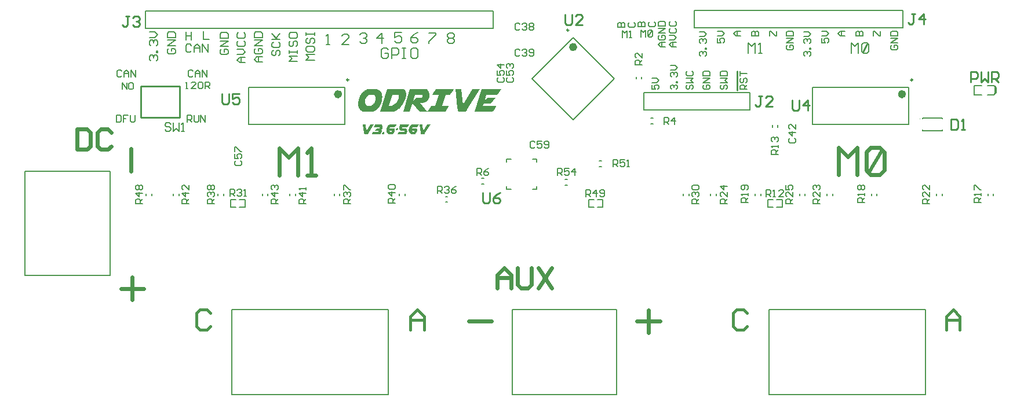
<source format=gto>
G04*
G04 #@! TF.GenerationSoftware,Altium Limited,Altium Designer,22.0.2 (36)*
G04*
G04 Layer_Color=65535*
%FSLAX25Y25*%
%MOIN*%
G70*
G04*
G04 #@! TF.SameCoordinates,06085A55-5152-446A-B416-8F2777D31781*
G04*
G04*
G04 #@! TF.FilePolarity,Positive*
G04*
G01*
G75*
%ADD10C,0.00394*%
%ADD11C,0.02362*%
%ADD12C,0.00984*%
%ADD13C,0.01000*%
%ADD14C,0.00787*%
%ADD15C,0.00600*%
%ADD16C,0.00500*%
%ADD17C,0.01968*%
%ADD18C,0.00800*%
%ADD19C,0.01575*%
%ADD20C,0.00598*%
G36*
X190277Y128903D02*
X190323Y128894D01*
X190415Y128857D01*
X190461Y128830D01*
X190507Y128783D01*
X190517Y128774D01*
X190526Y128765D01*
X190544Y128737D01*
X190572Y128700D01*
X190609Y128608D01*
X190618Y128544D01*
X190627Y128479D01*
Y128470D01*
Y128461D01*
X190618Y128405D01*
X190609Y128341D01*
X190581Y128267D01*
Y128258D01*
X190563Y128221D01*
X190544Y128175D01*
X190517Y128110D01*
X190480Y128037D01*
X190425Y127963D01*
X190360Y127889D01*
X190286Y127815D01*
X190277Y127806D01*
X190249Y127788D01*
X190203Y127760D01*
X190148Y127723D01*
X190083Y127686D01*
X190010Y127659D01*
X189927Y127640D01*
X189844Y127631D01*
X189816D01*
X189779Y127640D01*
X189742Y127649D01*
X189641Y127686D01*
X189595Y127714D01*
X189549Y127751D01*
Y127760D01*
X189530Y127769D01*
X189521Y127797D01*
X189503Y127834D01*
X189466Y127926D01*
X189456Y127990D01*
X189447Y128055D01*
Y128064D01*
Y128092D01*
Y128129D01*
Y128175D01*
Y128184D01*
X189456Y128212D01*
X189484Y128267D01*
Y128276D01*
X189503Y128313D01*
X189521Y128368D01*
X189549Y128433D01*
X189585Y128498D01*
X189632Y128581D01*
X189687Y128654D01*
X189761Y128728D01*
X189770Y128737D01*
X189798Y128756D01*
X189844Y128783D01*
X189899Y128820D01*
X189963Y128857D01*
X190037Y128885D01*
X190120Y128903D01*
X190213Y128912D01*
X190240D01*
X190277Y128903D01*
D02*
G37*
G36*
X206099Y125870D02*
X206062Y125815D01*
X206015Y125759D01*
X205988Y125713D01*
X205969Y125704D01*
Y125695D01*
X205914Y125612D01*
X205859Y125538D01*
X205813Y125483D01*
X205803Y125473D01*
X205794Y125464D01*
X205730Y125391D01*
X205665Y125326D01*
X205628Y125289D01*
X205610Y125271D01*
X205545Y125224D01*
X205499Y125206D01*
X205462Y125197D01*
X204015D01*
X203978Y125206D01*
X203950Y125215D01*
X203895Y125261D01*
X203858Y125298D01*
X203849Y125308D01*
Y125317D01*
X203803Y125409D01*
X203766Y125501D01*
X203747Y125547D01*
X203738Y125575D01*
X203729Y125593D01*
Y125602D01*
X203692Y125732D01*
X203664Y125852D01*
X203655Y125898D01*
X203646Y125935D01*
X203637Y125962D01*
Y125971D01*
X203618Y126100D01*
X203600Y126202D01*
X203591Y126239D01*
Y126276D01*
X203582Y126285D01*
Y126294D01*
X203047Y130978D01*
X204559D01*
X204974Y127078D01*
X207399Y130978D01*
X209196D01*
X206099Y125870D01*
D02*
G37*
G36*
X173524Y125870D02*
X173487Y125815D01*
X173441Y125759D01*
X173414Y125713D01*
X173395Y125704D01*
Y125695D01*
X173340Y125612D01*
X173284Y125538D01*
X173238Y125483D01*
X173229Y125473D01*
X173220Y125464D01*
X173155Y125391D01*
X173091Y125326D01*
X173054Y125289D01*
X173036Y125271D01*
X172971Y125224D01*
X172925Y125206D01*
X172888Y125197D01*
X171440D01*
X171404Y125206D01*
X171376Y125215D01*
X171321Y125261D01*
X171284Y125298D01*
X171275Y125308D01*
Y125317D01*
X171229Y125409D01*
X171192Y125501D01*
X171173Y125547D01*
X171164Y125575D01*
X171155Y125593D01*
Y125602D01*
X171118Y125732D01*
X171090Y125852D01*
X171081Y125898D01*
X171072Y125934D01*
X171063Y125962D01*
Y125971D01*
X171044Y126100D01*
X171026Y126202D01*
X171016Y126239D01*
Y126276D01*
X171007Y126285D01*
Y126294D01*
X170472Y130978D01*
X171985D01*
X172399Y127078D01*
X174824Y130978D01*
X176622D01*
X173524Y125870D01*
D02*
G37*
G36*
X202540Y130821D02*
X202447Y130683D01*
X202364Y130544D01*
X202281Y130434D01*
X202217Y130332D01*
X202171Y130259D01*
X202134Y130212D01*
X202125Y130194D01*
X202032Y130065D01*
X201931Y129936D01*
X201839Y129816D01*
X201747Y129715D01*
X201673Y129622D01*
X201608Y129558D01*
X201571Y129521D01*
X201553Y129503D01*
X199285D01*
X199202Y129493D01*
X199128Y129466D01*
X199064Y129438D01*
X198999Y129401D01*
X198953Y129355D01*
X198916Y129327D01*
X198889Y129300D01*
X198879Y129290D01*
X198759Y129125D01*
X198704Y129042D01*
X198658Y128959D01*
X198621Y128894D01*
X198603Y128839D01*
X198584Y128802D01*
X198575Y128793D01*
X200944Y128793D01*
X201083Y128756D01*
X201203Y128700D01*
X201295Y128645D01*
X201369Y128590D01*
X201424Y128534D01*
X201470Y128488D01*
X201488Y128461D01*
X201498Y128452D01*
X201553Y128350D01*
X201590Y128249D01*
X201627Y128147D01*
X201645Y128046D01*
X201655Y127954D01*
X201664Y127889D01*
Y127843D01*
Y127825D01*
Y127732D01*
X201655Y127659D01*
X201645Y127603D01*
Y127594D01*
Y127585D01*
X201636Y127493D01*
X201627Y127410D01*
X201618Y127373D01*
Y127345D01*
X201608Y127327D01*
Y127318D01*
X201507Y127041D01*
X201461Y126912D01*
X201406Y126792D01*
X201359Y126690D01*
X201332Y126617D01*
X201304Y126571D01*
X201295Y126552D01*
X201221Y126414D01*
X201138Y126285D01*
X201064Y126174D01*
X200991Y126073D01*
X200926Y125990D01*
X200880Y125925D01*
X200843Y125888D01*
X200834Y125870D01*
X200732Y125759D01*
X200640Y125667D01*
X200539Y125584D01*
X200456Y125510D01*
X200373Y125455D01*
X200318Y125418D01*
X200281Y125391D01*
X200262Y125381D01*
X200152Y125317D01*
X200032Y125271D01*
X199930Y125243D01*
X199838Y125224D01*
X199755Y125206D01*
X199691Y125197D01*
X199635D01*
X199433Y125206D01*
X199248Y125215D01*
X199064Y125234D01*
X198907Y125261D01*
X198769Y125280D01*
X198713Y125289D01*
X198667Y125298D01*
X198630Y125308D01*
X198603D01*
X198584Y125317D01*
X198575D01*
X198391Y125372D01*
X198215Y125437D01*
X198059Y125501D01*
X197920Y125566D01*
X197810Y125630D01*
X197727Y125686D01*
X197671Y125722D01*
X197662Y125732D01*
X197653D01*
X197515Y125852D01*
X197386Y125990D01*
X197275Y126119D01*
X197174Y126248D01*
X197100Y126368D01*
X197045Y126460D01*
X197026Y126497D01*
X197008Y126524D01*
X196998Y126534D01*
Y126543D01*
X196915Y126746D01*
X196851Y126967D01*
X196814Y127179D01*
X196777Y127391D01*
X196759Y127566D01*
Y127649D01*
X196749Y127714D01*
Y127769D01*
Y127806D01*
Y127834D01*
Y127843D01*
Y127871D01*
X196759Y128064D01*
X196777Y128258D01*
X196805Y128433D01*
X196842Y128599D01*
X196869Y128737D01*
X196888Y128793D01*
X196897Y128848D01*
X196906Y128885D01*
X196915Y128912D01*
X196925Y128931D01*
Y128940D01*
X196998Y129143D01*
X197081Y129337D01*
X197164Y129503D01*
X197247Y129650D01*
X197312Y129779D01*
X197367Y129871D01*
X197395Y129899D01*
X197413Y129927D01*
X197423Y129936D01*
Y129945D01*
X197542Y130111D01*
X197671Y130249D01*
X197791Y130378D01*
X197902Y130480D01*
X198003Y130572D01*
X198077Y130627D01*
X198132Y130674D01*
X198151Y130683D01*
X198308Y130784D01*
X198464Y130858D01*
X198612Y130904D01*
X198741Y130941D01*
X198861Y130959D01*
X198953Y130978D01*
X202632Y130978D01*
X202540Y130821D01*
D02*
G37*
G36*
X196906Y130710D02*
X196832Y130581D01*
X196759Y130471D01*
X196694Y130369D01*
X196648Y130296D01*
X196611Y130249D01*
X196602Y130231D01*
X196408Y129964D01*
X196316Y129834D01*
X196224Y129724D01*
X196150Y129632D01*
X196086Y129558D01*
X196049Y129512D01*
X196030Y129493D01*
X193043D01*
X192923Y129069D01*
Y129014D01*
X192932Y129005D01*
X192942Y128986D01*
X192951Y128968D01*
Y128959D01*
X192997Y128922D01*
X193006Y128903D01*
X193034Y128866D01*
X193071Y128830D01*
X193098Y128802D01*
X193107Y128793D01*
X193144Y128765D01*
X193172Y128747D01*
X193181Y128737D01*
X194841D01*
X194924Y128728D01*
X195007Y128710D01*
X195081Y128682D01*
X195136Y128654D01*
X195191Y128627D01*
X195228Y128599D01*
X195256Y128581D01*
X195265Y128571D01*
X195394Y128433D01*
X195495Y128295D01*
X195532Y128240D01*
X195569Y128193D01*
X195579Y128156D01*
X195588Y128147D01*
X195680Y127954D01*
X195717Y127861D01*
X195754Y127778D01*
X195772Y127714D01*
X195791Y127649D01*
X195809Y127612D01*
Y127603D01*
X195837Y127493D01*
X195855Y127391D01*
X195873Y127308D01*
X195883Y127225D01*
X195892Y127161D01*
Y127115D01*
Y127078D01*
Y127068D01*
Y127022D01*
Y126921D01*
X195873Y126810D01*
X195855Y126709D01*
X195837Y126617D01*
X195818Y126543D01*
X195800Y126478D01*
X195791Y126442D01*
X195781Y126423D01*
X195745Y126303D01*
X195698Y126193D01*
X195652Y126091D01*
X195606Y125999D01*
X195569Y125925D01*
X195542Y125870D01*
X195523Y125833D01*
X195514Y125824D01*
X195449Y125732D01*
X195385Y125639D01*
X195320Y125566D01*
X195256Y125501D01*
X195201Y125446D01*
X195154Y125409D01*
X195127Y125381D01*
X195117Y125372D01*
X195035Y125317D01*
X194951Y125271D01*
X194878Y125243D01*
X194813Y125215D01*
X194749Y125206D01*
X194703Y125197D01*
X190213D01*
X190231Y125243D01*
X190259Y125289D01*
X190323Y125409D01*
X190351Y125455D01*
X190378Y125501D01*
X190388Y125529D01*
X190397Y125538D01*
X190498Y125713D01*
X190544Y125796D01*
X190591Y125870D01*
X190627Y125934D01*
X190655Y125980D01*
X190673Y126017D01*
X190683Y126027D01*
X190793Y126202D01*
X190839Y126276D01*
X190876Y126340D01*
X190913Y126386D01*
X190941Y126423D01*
X190950Y126451D01*
X190959Y126460D01*
X191005Y126524D01*
X191042Y126571D01*
X191070Y126608D01*
X191088Y126626D01*
X191116Y126654D01*
X194094D01*
X194149Y126737D01*
X194195Y126820D01*
X194223Y126893D01*
X194251Y126958D01*
X194260Y127013D01*
X194269Y127059D01*
Y127087D01*
Y127096D01*
Y127152D01*
X194260Y127198D01*
X194251Y127234D01*
X194242Y127244D01*
X194214Y127290D01*
X194186Y127308D01*
X194159Y127318D01*
X192398D01*
X192324Y127327D01*
X192259Y127336D01*
X192130Y127391D01*
X192075Y127410D01*
X192038Y127437D01*
X192010Y127446D01*
X192001Y127456D01*
X191854Y127566D01*
X191789Y127631D01*
X191734Y127686D01*
X191688Y127732D01*
X191651Y127769D01*
X191632Y127797D01*
X191623Y127806D01*
X191513Y127981D01*
X191457Y128064D01*
X191420Y128138D01*
X191383Y128203D01*
X191356Y128258D01*
X191347Y128295D01*
X191337Y128304D01*
X191300Y128405D01*
X191273Y128507D01*
X191254Y128599D01*
X191245Y128673D01*
X191236Y128747D01*
X191227Y128793D01*
Y128830D01*
Y128839D01*
Y128876D01*
X191236Y128912D01*
Y128931D01*
Y128940D01*
X191245Y128977D01*
Y129014D01*
X191254Y129032D01*
Y129042D01*
X191817Y130978D01*
X197072D01*
X196906Y130710D01*
D02*
G37*
G36*
X189678Y130821D02*
X189585Y130683D01*
X189503Y130544D01*
X189419Y130434D01*
X189355Y130332D01*
X189309Y130259D01*
X189272Y130212D01*
X189263Y130194D01*
X189171Y130065D01*
X189069Y129936D01*
X188977Y129816D01*
X188885Y129715D01*
X188811Y129622D01*
X188747Y129558D01*
X188710Y129521D01*
X188691Y129503D01*
X186423D01*
X186340Y129493D01*
X186266Y129466D01*
X186202Y129438D01*
X186137Y129401D01*
X186091Y129355D01*
X186054Y129327D01*
X186027Y129300D01*
X186017Y129290D01*
X185898Y129125D01*
X185842Y129042D01*
X185796Y128959D01*
X185759Y128894D01*
X185741Y128839D01*
X185722Y128802D01*
X185713Y128793D01*
X188083D01*
X188221Y128756D01*
X188341Y128700D01*
X188433Y128645D01*
X188507Y128590D01*
X188562Y128534D01*
X188608Y128488D01*
X188627Y128461D01*
X188636Y128452D01*
X188691Y128350D01*
X188728Y128249D01*
X188765Y128147D01*
X188783Y128046D01*
X188793Y127954D01*
X188802Y127889D01*
Y127843D01*
Y127824D01*
Y127732D01*
X188793Y127659D01*
X188783Y127603D01*
Y127594D01*
Y127585D01*
X188774Y127493D01*
X188765Y127410D01*
X188756Y127373D01*
Y127345D01*
X188747Y127327D01*
Y127318D01*
X188645Y127041D01*
X188599Y126912D01*
X188544Y126792D01*
X188497Y126690D01*
X188470Y126617D01*
X188442Y126571D01*
X188433Y126552D01*
X188359Y126414D01*
X188276Y126285D01*
X188203Y126174D01*
X188129Y126073D01*
X188064Y125990D01*
X188018Y125925D01*
X187981Y125888D01*
X187972Y125870D01*
X187871Y125759D01*
X187778Y125667D01*
X187677Y125584D01*
X187594Y125510D01*
X187511Y125455D01*
X187456Y125418D01*
X187419Y125391D01*
X187400Y125381D01*
X187290Y125317D01*
X187170Y125271D01*
X187068Y125243D01*
X186976Y125224D01*
X186893Y125206D01*
X186829Y125197D01*
X186773D01*
X186571Y125206D01*
X186386Y125215D01*
X186202Y125234D01*
X186045Y125261D01*
X185907Y125280D01*
X185851Y125289D01*
X185805Y125298D01*
X185768Y125308D01*
X185741D01*
X185722Y125317D01*
X185713D01*
X185529Y125372D01*
X185354Y125437D01*
X185197Y125501D01*
X185058Y125566D01*
X184948Y125630D01*
X184865Y125686D01*
X184810Y125722D01*
X184800Y125732D01*
X184791D01*
X184653Y125852D01*
X184524Y125990D01*
X184413Y126119D01*
X184312Y126248D01*
X184238Y126368D01*
X184183Y126460D01*
X184164Y126497D01*
X184146Y126524D01*
X184136Y126534D01*
Y126543D01*
X184054Y126746D01*
X183989Y126967D01*
X183952Y127179D01*
X183915Y127391D01*
X183897Y127566D01*
Y127649D01*
X183888Y127714D01*
Y127769D01*
Y127806D01*
Y127834D01*
Y127843D01*
Y127871D01*
X183897Y128064D01*
X183915Y128258D01*
X183943Y128433D01*
X183980Y128599D01*
X184007Y128737D01*
X184026Y128793D01*
X184035Y128848D01*
X184044Y128885D01*
X184054Y128912D01*
X184063Y128931D01*
Y128940D01*
X184136Y129143D01*
X184220Y129337D01*
X184302Y129503D01*
X184385Y129650D01*
X184450Y129779D01*
X184505Y129871D01*
X184533Y129899D01*
X184551Y129927D01*
X184561Y129936D01*
Y129945D01*
X184680Y130111D01*
X184810Y130249D01*
X184929Y130378D01*
X185040Y130480D01*
X185142Y130572D01*
X185215Y130627D01*
X185271Y130674D01*
X185289Y130683D01*
X185446Y130784D01*
X185602Y130858D01*
X185750Y130904D01*
X185879Y130941D01*
X185999Y130959D01*
X186091Y130978D01*
X189770D01*
X189678Y130821D01*
D02*
G37*
G36*
X182394Y126718D02*
X182468Y126709D01*
X182523Y126681D01*
X182569Y126654D01*
X182615Y126626D01*
X182643Y126608D01*
X182652Y126589D01*
X182661Y126580D01*
X182707Y126524D01*
X182735Y126460D01*
X182772Y126349D01*
X182781Y126294D01*
X182790Y126257D01*
Y126230D01*
Y126220D01*
Y126146D01*
X182772Y126082D01*
X182744Y125944D01*
X182726Y125888D01*
X182707Y125842D01*
X182698Y125815D01*
X182689Y125805D01*
X182606Y125649D01*
X182551Y125575D01*
X182504Y125520D01*
X182468Y125473D01*
X182431Y125437D01*
X182412Y125418D01*
X182403Y125409D01*
X182311Y125344D01*
X182228Y125298D01*
X182191Y125280D01*
X182173Y125261D01*
X182154Y125252D01*
X182145D01*
X182044Y125224D01*
X181951Y125206D01*
X181924Y125197D01*
X181868D01*
X181785Y125206D01*
X181712Y125215D01*
X181656Y125243D01*
X181601Y125271D01*
X181564Y125289D01*
X181536Y125317D01*
X181518Y125326D01*
X181509Y125335D01*
X181472Y125391D01*
X181444Y125455D01*
X181407Y125575D01*
X181398Y125621D01*
X181389Y125667D01*
Y125695D01*
Y125704D01*
X181398Y125805D01*
X181407Y125888D01*
X181417Y125934D01*
Y125953D01*
X181463Y126073D01*
X181518Y126174D01*
X181582Y126266D01*
X181638Y126349D01*
X181693Y126414D01*
X181739Y126460D01*
X181767Y126488D01*
X181776Y126497D01*
X181878Y126571D01*
X181970Y126626D01*
X182062Y126672D01*
X182145Y126700D01*
X182210Y126718D01*
X182265Y126727D01*
X182311D01*
X182394Y126718D01*
D02*
G37*
G36*
X180965Y130969D02*
X181039Y130950D01*
X181103Y130922D01*
X181158Y130895D01*
X181204Y130858D01*
X181241Y130830D01*
X181260Y130812D01*
X181269Y130803D01*
X181380Y130664D01*
X181463Y130535D01*
X181500Y130480D01*
X181518Y130434D01*
X181536Y130397D01*
Y130388D01*
X181610Y130203D01*
X181638Y130120D01*
X181666Y130037D01*
X181684Y129973D01*
X181693Y129918D01*
X181702Y129881D01*
Y129871D01*
X181739Y129678D01*
X181748Y129595D01*
Y129521D01*
X181758Y129456D01*
Y129410D01*
Y129383D01*
Y129374D01*
Y129355D01*
X181748Y129198D01*
X181739Y129125D01*
X181730Y129060D01*
X181712Y129014D01*
X181702Y128968D01*
X181693Y128940D01*
Y128931D01*
X181647Y128774D01*
X181619Y128710D01*
X181601Y128645D01*
X181582Y128599D01*
X181564Y128562D01*
X181546Y128534D01*
Y128525D01*
X181472Y128396D01*
X181407Y128286D01*
X181380Y128249D01*
X181352Y128221D01*
X181343Y128203D01*
X181334Y128193D01*
X181241Y128101D01*
X181168Y128037D01*
X181112Y128000D01*
X181103Y127990D01*
X181094D01*
X181122Y127917D01*
X181158Y127852D01*
X181195Y127797D01*
X181204Y127788D01*
Y127778D01*
X181232Y127732D01*
X181260Y127677D01*
X181288Y127566D01*
X181297Y127511D01*
X181306Y127474D01*
Y127446D01*
Y127437D01*
X181297Y127318D01*
X181288Y127207D01*
X181278Y127161D01*
X181269Y127124D01*
X181260Y127096D01*
Y127087D01*
X181232Y126949D01*
X181214Y126893D01*
X181204Y126838D01*
X181186Y126801D01*
X181177Y126774D01*
X181168Y126755D01*
Y126746D01*
X181131Y126626D01*
X181085Y126488D01*
X181039Y126359D01*
X180992Y126248D01*
X180956Y126146D01*
X180919Y126073D01*
X180891Y126008D01*
X180882Y125971D01*
X180873Y125962D01*
X180826Y125870D01*
X180771Y125778D01*
X180716Y125704D01*
X180670Y125639D01*
X180624Y125593D01*
X180587Y125547D01*
X180559Y125529D01*
X180550Y125520D01*
X180467Y125464D01*
X180384Y125409D01*
X180292Y125372D01*
X180209Y125335D01*
X180135Y125308D01*
X180080Y125289D01*
X180043Y125271D01*
X180024D01*
X179895Y125243D01*
X179757Y125224D01*
X179619Y125215D01*
X179490Y125206D01*
X179370Y125197D01*
X175341D01*
X175424Y125344D01*
X175497Y125492D01*
X175571Y125621D01*
X175636Y125741D01*
X175691Y125842D01*
X175728Y125916D01*
X175756Y125962D01*
X175765Y125980D01*
X175848Y126119D01*
X175931Y126248D01*
X176004Y126368D01*
X176078Y126469D01*
X176143Y126561D01*
X176189Y126626D01*
X176226Y126663D01*
X176235Y126681D01*
X179093D01*
X179102Y126690D01*
X179112Y126700D01*
X179121D01*
X179185Y126746D01*
X179213Y126755D01*
X179222Y126764D01*
X179259Y126801D01*
X179296Y126820D01*
X179314Y126838D01*
X179324Y126847D01*
X179360Y126875D01*
X179379Y126902D01*
X179397Y126912D01*
Y126921D01*
X179407Y126930D01*
X179416Y126939D01*
X179434Y126958D01*
X179444Y126967D01*
X179453Y127022D01*
X179462Y127059D01*
X179471Y127096D01*
Y127124D01*
Y127133D01*
X179480Y127188D01*
Y127244D01*
Y127281D01*
Y127290D01*
X177129D01*
X178466Y128765D01*
X179868D01*
X179877Y128774D01*
X179886Y128793D01*
X179895Y128802D01*
Y128811D01*
X179941Y128885D01*
X179960Y128912D01*
Y128922D01*
X179988Y128977D01*
X180006Y129014D01*
X180024Y129042D01*
Y129051D01*
X180052Y129097D01*
X180061Y129125D01*
X180070Y129134D01*
Y129143D01*
X180098Y129198D01*
X180089Y129217D01*
X180080Y129226D01*
X180070Y129244D01*
Y129254D01*
X180052Y129300D01*
X180024Y129346D01*
X179997Y129383D01*
X179988Y129401D01*
X179951Y129456D01*
X179914Y129484D01*
X179904Y129493D01*
X176631D01*
X176779Y129770D01*
X176844Y129899D01*
X176908Y130010D01*
X176963Y130111D01*
X177000Y130185D01*
X177028Y130231D01*
X177037Y130249D01*
X177120Y130388D01*
X177203Y130526D01*
X177286Y130646D01*
X177360Y130756D01*
X177424Y130849D01*
X177470Y130913D01*
X177507Y130959D01*
X177516Y130978D01*
X180882D01*
X180965Y130969D01*
D02*
G37*
G36*
X230502Y139732D02*
X230418Y139605D01*
X230312Y139479D01*
X230249Y139373D01*
X230206Y139352D01*
Y139330D01*
X230080Y139140D01*
X229953Y138971D01*
X229847Y138844D01*
X229826Y138823D01*
X229805Y138802D01*
X229657Y138633D01*
X229509Y138485D01*
X229424Y138400D01*
X229382Y138358D01*
X229234Y138252D01*
X229128Y138210D01*
X229044Y138189D01*
X225725D01*
X225640Y138210D01*
X225577Y138231D01*
X225450Y138337D01*
X225365Y138421D01*
X225344Y138443D01*
Y138464D01*
X225238Y138675D01*
X225154Y138887D01*
X225112Y138992D01*
X225091Y139056D01*
X225069Y139098D01*
Y139119D01*
X224985Y139415D01*
X224921Y139690D01*
X224900Y139796D01*
X224879Y139880D01*
X224858Y139944D01*
Y139965D01*
X224816Y140261D01*
X224773Y140493D01*
X224752Y140578D01*
Y140662D01*
X224731Y140683D01*
Y140705D01*
X223505Y151444D01*
X226972D01*
X227923Y142501D01*
X233483Y151444D01*
X237605D01*
X230502Y139732D01*
D02*
G37*
G36*
X222511Y151148D02*
X222363Y150852D01*
X222279Y150704D01*
X222237Y150619D01*
X222194Y150535D01*
X222173Y150514D01*
X221941Y150112D01*
X221814Y149922D01*
X221708Y149753D01*
X221623Y149626D01*
X221539Y149520D01*
X221497Y149435D01*
X221476Y149414D01*
X221222Y149034D01*
X221095Y148865D01*
X220989Y148738D01*
X220884Y148611D01*
X220820Y148526D01*
X220778Y148484D01*
X220757Y148463D01*
X220630Y148336D01*
X220545Y148231D01*
X220461Y148167D01*
X220397Y148104D01*
X220292Y148061D01*
X217882D01*
X215979Y141550D01*
X219784D01*
X219721Y141423D01*
X219636Y141275D01*
X219488Y140980D01*
X219404Y140831D01*
X219362Y140747D01*
X219319Y140662D01*
X219298Y140641D01*
X219066Y140218D01*
X218939Y140028D01*
X218833Y139859D01*
X218748Y139732D01*
X218664Y139627D01*
X218622Y139542D01*
X218601Y139521D01*
X218347Y139140D01*
X218220Y138971D01*
X218114Y138844D01*
X218009Y138717D01*
X217945Y138633D01*
X217903Y138591D01*
X217882Y138569D01*
X217755Y138443D01*
X217670Y138358D01*
X217565Y138274D01*
X217501Y138231D01*
X217417Y138189D01*
X207375D01*
D01*
X203105D01*
X199004Y142924D01*
X198792Y142734D01*
X197460Y138189D01*
X193613Y138189D01*
X197482Y151444D01*
X206424D01*
X206656Y151423D01*
X206889Y151380D01*
X207079Y151317D01*
X207227Y151253D01*
X207354Y151190D01*
X207439Y151127D01*
X207502Y151084D01*
X207523Y151063D01*
X207671Y150915D01*
X207798Y150767D01*
X208031Y150450D01*
X208094Y150323D01*
X208157Y150218D01*
X208178Y150133D01*
X208200Y150112D01*
X208369Y149668D01*
X208411Y149457D01*
X208474Y149266D01*
X208496Y149118D01*
X208517Y148970D01*
X208538Y148886D01*
Y148865D01*
X208580Y148379D01*
X208601Y148167D01*
X208622Y147998D01*
Y147829D01*
Y147723D01*
Y147639D01*
Y147617D01*
X208601Y147152D01*
X208538Y146751D01*
X208453Y146391D01*
X208369Y146074D01*
X208284Y145842D01*
X208200Y145651D01*
X208136Y145546D01*
X208115Y145503D01*
X207925Y145208D01*
X207713Y144954D01*
X207502Y144721D01*
X207291Y144531D01*
X207121Y144383D01*
X206974Y144277D01*
X206889Y144214D01*
X206847Y144193D01*
X206551Y144024D01*
X206276Y143876D01*
X205980Y143749D01*
X205726Y143664D01*
X205515Y143580D01*
X205325Y143537D01*
X205219Y143516D01*
X205198Y143495D01*
X205177D01*
X204859Y143432D01*
X204542Y143368D01*
X204246Y143305D01*
X203993Y143263D01*
X203781Y143242D01*
X203633Y143220D01*
X203528Y143199D01*
X203485D01*
X207385Y138230D01*
X207396Y138252D01*
X207439Y138337D01*
X207523Y138506D01*
X207587Y138591D01*
X207629Y138675D01*
X207650Y138717D01*
X207671Y138739D01*
X207882Y139098D01*
X208009Y139267D01*
X208094Y139415D01*
X208200Y139563D01*
X208263Y139669D01*
X208305Y139732D01*
X208327Y139753D01*
X208601Y140155D01*
X208728Y140324D01*
X208855Y140493D01*
X208940Y140620D01*
X209024Y140726D01*
X209066Y140789D01*
X209087Y140810D01*
X209236Y141001D01*
X209341Y141149D01*
X209468Y141275D01*
X209553Y141381D01*
X209637Y141466D01*
X209701Y141508D01*
X209722Y141550D01*
X212153D01*
X214055Y148061D01*
X210271D01*
Y148082D01*
X210293Y148146D01*
X210314Y148209D01*
X210419Y148400D01*
X210462Y148484D01*
X210504Y148569D01*
X210546Y148611D01*
Y148632D01*
X210758Y148992D01*
X210884Y149161D01*
X210969Y149309D01*
X211075Y149457D01*
X211138Y149562D01*
X211180Y149626D01*
X211202Y149647D01*
X211476Y150048D01*
X211603Y150218D01*
X211730Y150387D01*
X211815Y150514D01*
X211899Y150619D01*
X211941Y150683D01*
X211963Y150704D01*
X212110Y150873D01*
X212216Y151042D01*
X212343Y151169D01*
X212428Y151275D01*
X212512Y151338D01*
X212576Y151401D01*
X212597Y151444D01*
X222659D01*
X222511Y151148D01*
D02*
G37*
G36*
X249803D02*
X249655Y150852D01*
X249571Y150704D01*
X249528Y150619D01*
X249486Y150535D01*
X249465Y150514D01*
X249232Y150112D01*
X249106Y149922D01*
X249000Y149753D01*
X248915Y149626D01*
X248831Y149520D01*
X248788Y149435D01*
X248767Y149414D01*
X248514Y149034D01*
X248387Y148865D01*
X248281Y148738D01*
X248175Y148611D01*
X248112Y148526D01*
X248070Y148484D01*
X248048Y148463D01*
X247922Y148336D01*
X247816Y148231D01*
X247731Y148167D01*
X247668Y148104D01*
X247562Y148061D01*
X241368D01*
X240248Y144129D01*
X242150Y146434D01*
X246780D01*
X243884Y143051D01*
X239910D01*
X239466Y141550D01*
X247140D01*
X247118Y141508D01*
X247076Y141423D01*
X247055Y141360D01*
X247034Y141339D01*
X246991Y141233D01*
X246928Y141106D01*
X246907Y141043D01*
X246886Y141001D01*
X246822Y140874D01*
X246780Y140789D01*
X246738Y140705D01*
X246717Y140683D01*
X246674Y140599D01*
X246653Y140535D01*
X246632Y140514D01*
X246463Y140261D01*
X246315Y140028D01*
X246231Y139944D01*
X246188Y139859D01*
X246146Y139817D01*
X246125Y139796D01*
X245913Y139521D01*
X245702Y139267D01*
X245639Y139183D01*
X245575Y139098D01*
X245533Y139056D01*
X245512Y139035D01*
X245300Y138781D01*
X245131Y138591D01*
X245025Y138464D01*
X245004Y138443D01*
X244983Y138421D01*
X244920Y138337D01*
X244856Y138295D01*
X244793Y138210D01*
X244751Y138189D01*
X234667D01*
X238535Y151444D01*
X249951D01*
X249803Y151148D01*
D02*
G37*
G36*
X193211Y151423D02*
X193423Y151401D01*
X193698Y151338D01*
X193972Y151253D01*
X194268Y151105D01*
X194522Y150894D01*
X194755Y150619D01*
X194776Y150577D01*
X194839Y150471D01*
X194924Y150281D01*
X195029Y150048D01*
X195135Y149731D01*
X195220Y149372D01*
X195283Y148970D01*
X195304Y148505D01*
Y148463D01*
Y148336D01*
X195283Y148146D01*
X195262Y147871D01*
X195220Y147554D01*
X195177Y147195D01*
X195093Y146814D01*
X194987Y146391D01*
Y146370D01*
X194966Y146349D01*
Y146286D01*
X194924Y146201D01*
X194860Y145990D01*
X194755Y145694D01*
X194628Y145377D01*
X194480Y144996D01*
X194290Y144615D01*
X194078Y144214D01*
Y144193D01*
X194036Y144150D01*
X193994Y144066D01*
X193930Y143939D01*
X193867Y143812D01*
X193782Y143643D01*
X193550Y143263D01*
X193296Y142819D01*
X193021Y142354D01*
X192704Y141888D01*
X192387Y141445D01*
Y141423D01*
X192345Y141402D01*
X192302Y141339D01*
X192239Y141254D01*
X192049Y141043D01*
X191816Y140789D01*
X191541Y140493D01*
X191224Y140176D01*
X190865Y139859D01*
X190484Y139563D01*
X190463D01*
X190442Y139542D01*
X190379Y139500D01*
X190315Y139436D01*
X190104Y139309D01*
X189829Y139161D01*
X189491Y138992D01*
X189110Y138823D01*
X188687Y138654D01*
X188222Y138506D01*
X188201D01*
X188159Y138485D01*
X188095D01*
X188011Y138464D01*
X187884Y138443D01*
X187757Y138400D01*
X187419Y138358D01*
X186996Y138295D01*
X186531Y138231D01*
X186003Y138210D01*
X185432Y138189D01*
X180443D01*
X184311Y151444D01*
X193127D01*
X193211Y151423D01*
D02*
G37*
G36*
X177060D02*
X177462Y151401D01*
X177843Y151359D01*
X178202Y151275D01*
X178519Y151211D01*
X178815Y151127D01*
X179090Y151021D01*
X179322Y150936D01*
X179555Y150831D01*
X179724Y150746D01*
X179893Y150640D01*
X180020Y150577D01*
X180126Y150514D01*
X180189Y150450D01*
X180231Y150429D01*
X180253Y150408D01*
X180485Y150197D01*
X180675Y149964D01*
X180844Y149710D01*
X180992Y149435D01*
X181119Y149161D01*
X181204Y148865D01*
X181373Y148294D01*
X181415Y148040D01*
X181457Y147786D01*
X181479Y147554D01*
X181500Y147364D01*
X181521Y147195D01*
Y147068D01*
Y146983D01*
Y146962D01*
Y146687D01*
X181500Y146434D01*
Y146328D01*
X181479Y146243D01*
Y146201D01*
Y146180D01*
X181457Y145884D01*
X181436Y145609D01*
Y145503D01*
X181415Y145419D01*
Y145377D01*
Y145355D01*
X181331Y144806D01*
X181204Y144298D01*
X181077Y143833D01*
X180929Y143411D01*
X180802Y143051D01*
X180760Y142924D01*
X180718Y142798D01*
X180675Y142692D01*
X180633Y142628D01*
X180612Y142586D01*
Y142565D01*
X180379Y142100D01*
X180126Y141677D01*
X179893Y141275D01*
X179661Y140958D01*
X179449Y140683D01*
X179280Y140472D01*
X179174Y140345D01*
X179153Y140324D01*
X179132Y140303D01*
X178794Y139965D01*
X178435Y139648D01*
X178117Y139394D01*
X177800Y139161D01*
X177525Y138992D01*
X177314Y138865D01*
X177229Y138823D01*
X177166Y138781D01*
X177145Y138760D01*
X177124D01*
X176701Y138569D01*
X176299Y138421D01*
X175919Y138337D01*
X175581Y138252D01*
X175264Y138210D01*
X175052Y138189D01*
X172431D01*
X172050Y138231D01*
X171691Y138252D01*
X171395Y138295D01*
X171141Y138337D01*
X170951Y138358D01*
X170824Y138400D01*
X170782D01*
X170444Y138506D01*
X170126Y138612D01*
X169852Y138739D01*
X169619Y138865D01*
X169429Y138992D01*
X169281Y139077D01*
X169196Y139140D01*
X169154Y139161D01*
X168921Y139373D01*
X168710Y139627D01*
X168520Y139859D01*
X168372Y140092D01*
X168245Y140303D01*
X168160Y140472D01*
X168097Y140578D01*
X168076Y140620D01*
X167949Y140980D01*
X167865Y141381D01*
X167780Y141762D01*
X167738Y142142D01*
X167717Y142480D01*
Y142607D01*
X167695Y142734D01*
Y142840D01*
Y142903D01*
Y142946D01*
Y142967D01*
Y143178D01*
X167717Y143389D01*
Y143474D01*
Y143516D01*
Y143559D01*
Y143580D01*
X167738Y143833D01*
X167759Y144045D01*
X167780Y144129D01*
X167801Y144193D01*
Y144235D01*
Y144256D01*
X167886Y144785D01*
X167970Y145271D01*
X168097Y145736D01*
X168224Y146138D01*
X168351Y146476D01*
X168393Y146624D01*
X168456Y146730D01*
X168478Y146835D01*
X168520Y146899D01*
X168541Y146941D01*
Y146962D01*
X168773Y147427D01*
X169006Y147871D01*
X169260Y148252D01*
X169492Y148590D01*
X169683Y148865D01*
X169831Y149076D01*
X169936Y149203D01*
X169978Y149224D01*
Y149245D01*
X170296Y149605D01*
X170634Y149922D01*
X170951Y150175D01*
X171247Y150408D01*
X171479Y150598D01*
X171691Y150725D01*
X171818Y150810D01*
X171839Y150831D01*
X171860D01*
X172240Y151042D01*
X172621Y151190D01*
X172980Y151296D01*
X173298Y151359D01*
X173572Y151423D01*
X173763Y151444D01*
X176617D01*
X177060Y151423D01*
D02*
G37*
%LPC*%
G36*
X199654Y127410D02*
X198575Y127410D01*
X198630Y127308D01*
X198723Y127133D01*
X198759Y127059D01*
X198796Y126995D01*
X198824Y126939D01*
X198852Y126902D01*
X198861Y126875D01*
X198870Y126866D01*
X198925Y126801D01*
X198971Y126755D01*
X199027Y126727D01*
X199073Y126709D01*
X199119Y126690D01*
X199156Y126681D01*
X199691D01*
X199903Y127096D01*
X199884Y127161D01*
X199866Y127225D01*
X199857Y127262D01*
X199847Y127281D01*
X199829Y127318D01*
X199801Y127336D01*
X199737Y127382D01*
X199672Y127400D01*
X199654Y127410D01*
D02*
G37*
G36*
X186792Y127410D02*
X185713D01*
X185768Y127308D01*
X185861Y127133D01*
X185898Y127059D01*
X185934Y126995D01*
X185962Y126939D01*
X185990Y126902D01*
X185999Y126875D01*
X186008Y126866D01*
X186064Y126801D01*
X186110Y126755D01*
X186165Y126727D01*
X186211Y126709D01*
X186257Y126690D01*
X186294Y126681D01*
X186829D01*
X187041Y127096D01*
X187022Y127161D01*
X187004Y127225D01*
X186995Y127262D01*
X186986Y127281D01*
X186967Y127318D01*
X186939Y127336D01*
X186875Y127382D01*
X186810Y127400D01*
X186792Y127410D01*
D02*
G37*
G36*
X204416Y148082D02*
X200336D01*
X199215Y144193D01*
X200970Y146412D01*
X204162D01*
X204268Y146434D01*
X204352Y146476D01*
X204479Y146582D01*
X204564Y146708D01*
X204585Y146730D01*
Y146751D01*
X204669Y146983D01*
X204690Y147174D01*
X204712Y147300D01*
Y147321D01*
Y147343D01*
Y147617D01*
Y147744D01*
X204690Y147850D01*
X204669Y147913D01*
Y147934D01*
X204606Y148019D01*
X204500Y148061D01*
X204416Y148082D01*
D02*
G37*
G36*
X190442Y148061D02*
X187208D01*
X185305Y141550D01*
X185918D01*
X186024Y141571D01*
X186151Y141593D01*
X186320Y141614D01*
X186510Y141656D01*
X186721Y141719D01*
X186954Y141804D01*
X186975Y141825D01*
X187060Y141846D01*
X187187Y141910D01*
X187356Y141994D01*
X187546Y142100D01*
X187757Y142206D01*
X188222Y142501D01*
X188243Y142523D01*
X188328Y142586D01*
X188455Y142671D01*
X188624Y142776D01*
X188814Y142924D01*
X189005Y143072D01*
X189427Y143453D01*
X189448Y143474D01*
X189512Y143559D01*
X189618Y143664D01*
X189744Y143791D01*
X189871Y143960D01*
X189998Y144150D01*
X190146Y144341D01*
X190252Y144552D01*
X190273Y144594D01*
X190315Y144700D01*
X190379Y144848D01*
X190484Y145017D01*
Y145038D01*
X190506Y145060D01*
X190590Y145186D01*
X190653Y145355D01*
X190738Y145588D01*
Y145609D01*
X190759Y145651D01*
X190780Y145736D01*
X190823Y145842D01*
X190907Y146074D01*
X190992Y146349D01*
Y146370D01*
X191013Y146412D01*
X191034Y146497D01*
X191076Y146582D01*
X191119Y146814D01*
X191140Y147068D01*
Y147089D01*
Y147131D01*
Y147216D01*
X191119Y147321D01*
X191076Y147533D01*
X190971Y147765D01*
Y147786D01*
X190949Y147808D01*
X190844Y147913D01*
X190696Y148019D01*
X190569Y148040D01*
X190442Y148061D01*
D02*
G37*
G36*
X176194D02*
X174397D01*
X174164Y148019D01*
X173953Y147956D01*
X173847Y147913D01*
X173784Y147892D01*
X173741Y147850D01*
X173720D01*
X173445Y147681D01*
X173213Y147491D01*
X173128Y147406D01*
X173044Y147343D01*
X173002Y147300D01*
X172980Y147279D01*
X172727Y147026D01*
X172515Y146772D01*
X172431Y146666D01*
X172367Y146582D01*
X172325Y146518D01*
X172304Y146497D01*
X172114Y146180D01*
X171944Y145905D01*
X171902Y145778D01*
X171860Y145694D01*
X171818Y145651D01*
Y145630D01*
X171754Y145419D01*
X171712Y145229D01*
X171670Y145102D01*
X171649Y145081D01*
Y145060D01*
X171606Y144890D01*
X171564Y144742D01*
X171543Y144658D01*
Y144615D01*
X171522Y144573D01*
Y144531D01*
Y144468D01*
Y144446D01*
Y144277D01*
X171543Y143939D01*
X171585Y143643D01*
X171606Y143516D01*
X171627Y143432D01*
X171649Y143368D01*
Y143347D01*
X171775Y143009D01*
X171839Y142861D01*
X171902Y142713D01*
X171966Y142607D01*
X172008Y142523D01*
X172050Y142480D01*
Y142459D01*
X172240Y142184D01*
X172431Y141973D01*
X172515Y141910D01*
X172579Y141846D01*
X172600Y141825D01*
X172621Y141804D01*
X172748Y141719D01*
X172854Y141656D01*
X173086Y141593D01*
X173171Y141571D01*
X173234Y141550D01*
X174608D01*
X174777Y141593D01*
X174968Y141656D01*
X175052Y141698D01*
X175116Y141719D01*
X175158Y141762D01*
X175179D01*
X175454Y141931D01*
X175707Y142121D01*
X175813Y142206D01*
X175898Y142269D01*
X175940Y142311D01*
X175961Y142332D01*
X176257Y142607D01*
X176490Y142861D01*
X176595Y142967D01*
X176659Y143051D01*
X176701Y143094D01*
X176722Y143115D01*
X176955Y143432D01*
X177124Y143707D01*
X177187Y143833D01*
X177229Y143918D01*
X177251Y143960D01*
Y143981D01*
X177377Y144214D01*
X177441Y144383D01*
X177483Y144489D01*
Y144531D01*
X177568Y144785D01*
X177589Y144869D01*
Y144933D01*
X177610Y144996D01*
Y145017D01*
Y145165D01*
Y145292D01*
Y145377D01*
Y145419D01*
X177631Y145588D01*
Y145715D01*
Y145820D01*
Y145863D01*
Y146159D01*
X177610Y146412D01*
X177589Y146518D01*
Y146603D01*
X177568Y146645D01*
Y146666D01*
X177504Y146941D01*
X177420Y147174D01*
X177399Y147258D01*
X177356Y147321D01*
X177335Y147343D01*
Y147364D01*
X177187Y147575D01*
X177039Y147744D01*
X176912Y147829D01*
X176870Y147871D01*
X176849D01*
X176595Y147977D01*
X176321Y148040D01*
X176194Y148061D01*
D02*
G37*
%LPD*%
D10*
X490945Y134252D02*
G03*
X490945Y134252I-197J0D01*
G01*
X251772Y111024D02*
G03*
X251772Y111024I-197J0D01*
G01*
D11*
X292520Y175576D02*
G03*
X292520Y175576I-1181J0D01*
G01*
X481693Y148425D02*
G03*
X481693Y148425I-1181J0D01*
G01*
X157283D02*
G03*
X157283Y148425I-1181J0D01*
G01*
X444095Y101969D02*
Y117711D01*
X449342Y112464D01*
X454590Y117711D01*
Y101969D01*
X459837Y115088D02*
X462461Y117711D01*
X467709D01*
X470333Y115088D01*
Y104592D01*
X467709Y101969D01*
X462461D01*
X459837Y104592D01*
Y115088D01*
X122441Y101575D02*
Y117318D01*
X127689Y112070D01*
X132936Y117318D01*
Y101575D01*
X138184D02*
X143431D01*
X140808D01*
Y117318D01*
X138184Y114694D01*
X334649Y11024D02*
Y24143D01*
X328089Y17583D02*
X341208D01*
X244488Y17720D02*
X231369D01*
X37011Y103937D02*
Y117056D01*
X37799Y29921D02*
Y43040D01*
X31239Y36481D02*
X44358D01*
X247638Y36614D02*
Y44486D01*
X251573Y48421D01*
X255509Y44486D01*
Y36614D01*
Y42518D01*
X247638D01*
X259445Y48421D02*
Y38582D01*
X261413Y36614D01*
X265349D01*
X267317Y38582D01*
Y48421D01*
X271252D02*
X279124Y36614D01*
Y48421D02*
X271252Y36614D01*
X5906Y128343D02*
Y116535D01*
X11809D01*
X13777Y118503D01*
Y126375D01*
X11809Y128343D01*
X5906D01*
X25584Y126375D02*
X23616Y128343D01*
X19681D01*
X17713Y126375D01*
Y118503D01*
X19681Y116535D01*
X23616D01*
X25584Y118503D01*
D12*
X288768Y185319D02*
G03*
X288768Y185319I-492J0D01*
G01*
X486516Y156693D02*
G03*
X486516Y156693I-492J0D01*
G01*
X162106D02*
G03*
X162106Y156693I-492J0D01*
G01*
D13*
X42520Y135039D02*
X64862Y135039D01*
Y152953D01*
X42520D02*
X64862D01*
X42520Y143996D02*
Y152953D01*
Y135039D02*
Y143996D01*
X457874Y172835D02*
X460459Y177265D01*
X385827Y150787D02*
Y161811D01*
X520079Y155512D02*
Y161510D01*
X523078D01*
X524078Y160510D01*
Y158511D01*
X523078Y157511D01*
X520079D01*
X526077Y161510D02*
Y155512D01*
X528076Y157511D01*
X530076Y155512D01*
Y161510D01*
X532075Y155512D02*
Y161510D01*
X535074D01*
X536074Y160510D01*
Y158511D01*
X535074Y157511D01*
X532075D01*
X534074D02*
X536074Y155512D01*
X286614Y194187D02*
Y189189D01*
X287614Y188189D01*
X289613D01*
X290613Y189189D01*
Y194187D01*
X296611Y188189D02*
X292612D01*
X296611Y192188D01*
Y193187D01*
X295611Y194187D01*
X293612D01*
X292612Y193187D01*
X239173Y91825D02*
Y86826D01*
X240173Y85827D01*
X242172D01*
X243172Y86826D01*
Y91825D01*
X249170D02*
X247171Y90825D01*
X245171Y88826D01*
Y86826D01*
X246171Y85827D01*
X248170D01*
X249170Y86826D01*
Y87826D01*
X248170Y88826D01*
X245171D01*
X417323Y144974D02*
Y139976D01*
X418323Y138976D01*
X420322D01*
X421321Y139976D01*
Y144974D01*
X426320Y138976D02*
Y144974D01*
X423321Y141975D01*
X427320D01*
X400062Y147337D02*
X398062D01*
X399062D01*
Y142338D01*
X398062Y141339D01*
X397063D01*
X396063Y142338D01*
X406060Y141339D02*
X402061D01*
X406060Y145337D01*
Y146337D01*
X405060Y147337D01*
X403061D01*
X402061Y146337D01*
X508661Y133951D02*
Y127953D01*
X511660D01*
X512660Y128952D01*
Y132951D01*
X511660Y133951D01*
X508661D01*
X514660Y127953D02*
X516659D01*
X515659D01*
Y133951D01*
X514660Y132951D01*
X89370Y148518D02*
Y143519D01*
X90370Y142520D01*
X92369D01*
X93369Y143519D01*
Y148518D01*
X99367D02*
X95368D01*
Y145519D01*
X97368Y146518D01*
X98367D01*
X99367Y145519D01*
Y143519D01*
X98367Y142520D01*
X96368D01*
X95368Y143519D01*
X35888Y193400D02*
X33889D01*
X34889D01*
Y188401D01*
X33889Y187402D01*
X32889D01*
X31890Y188401D01*
X37888Y192400D02*
X38888Y193400D01*
X40887D01*
X41886Y192400D01*
Y191400D01*
X40887Y190401D01*
X39887D01*
X40887D01*
X41886Y189401D01*
Y188401D01*
X40887Y187402D01*
X38888D01*
X37888Y188401D01*
X487857Y194581D02*
X485858D01*
X486857D01*
Y189582D01*
X485858Y188583D01*
X484858D01*
X483858Y189582D01*
X492855Y188583D02*
Y194581D01*
X489856Y191582D01*
X493855D01*
D14*
X503740Y127362D02*
Y127953D01*
X492323Y127362D02*
Y127953D01*
X503740Y134252D02*
Y134843D01*
X492323Y134252D02*
Y134843D01*
Y127362D02*
X503740D01*
X492323Y134843D02*
X503740D01*
X267894Y111023D02*
X270472D01*
Y109252D02*
Y111023D01*
Y93701D02*
Y95473D01*
X267894Y93701D02*
X270472D01*
X253150Y111023D02*
X255728D01*
X253150Y109252D02*
Y111023D01*
Y93701D02*
X255728D01*
X253150D02*
Y95473D01*
X291339Y133817D02*
X315002Y157480D01*
X267676D02*
X291339Y133817D01*
X291339Y181143D02*
X315002Y157480D01*
X267676D02*
X291339Y181143D01*
X331890Y139488D02*
Y149488D01*
X393032D01*
X331890Y139488D02*
X393032D01*
Y149488D01*
X428937Y131102D02*
Y152362D01*
X484449Y131102D02*
Y152362D01*
X428937Y131102D02*
X484449D01*
X428937Y152362D02*
X484449D01*
X104527Y131102D02*
Y152362D01*
X160039Y131102D02*
Y152362D01*
X104527Y131102D02*
X160039D01*
X104527Y152362D02*
X160039D01*
X52894Y196339D02*
X245276D01*
Y186339D02*
Y196339D01*
X45394Y186339D02*
X245276D01*
X45394D02*
Y196339D01*
X52894D01*
X481142Y186732D02*
Y196732D01*
X361142Y186732D02*
X481142D01*
X361142D02*
Y196732D01*
X368642D01*
X481142D01*
X403898Y-24701D02*
Y24299D01*
Y-24701D02*
X493898D01*
Y24299D01*
X403898D02*
X493898D01*
X94842Y-24701D02*
Y24299D01*
Y-24701D02*
X184843D01*
Y24299D01*
X94842D02*
X184843D01*
X25087Y43976D02*
Y103976D01*
X-23913Y43976D02*
X25087D01*
X-23913D02*
Y103976D01*
X25087D01*
X256260Y24299D02*
X316260D01*
Y-24701D02*
Y24299D01*
X256260Y-24701D02*
X316260D01*
X256260D02*
Y24299D01*
X31758Y161548D02*
X31102Y162204D01*
X29790D01*
X29134Y161548D01*
Y158924D01*
X29790Y158268D01*
X31102D01*
X31758Y158924D01*
X33070Y158268D02*
Y160891D01*
X34381Y162204D01*
X35693Y160891D01*
Y158268D01*
Y160236D01*
X33070D01*
X37005Y158268D02*
Y162204D01*
X39629Y158268D01*
Y162204D01*
X72703Y161548D02*
X72047Y162204D01*
X70735D01*
X70079Y161548D01*
Y158924D01*
X70735Y158268D01*
X72047D01*
X72703Y158924D01*
X74015Y158268D02*
Y160891D01*
X75326Y162204D01*
X76638Y160891D01*
Y158268D01*
Y160236D01*
X74015D01*
X77950Y158268D02*
Y162204D01*
X80574Y158268D01*
Y162204D01*
X68504Y151575D02*
X69816D01*
X69160D01*
Y155510D01*
X68504Y154855D01*
X74408Y151575D02*
X71784D01*
X74408Y154199D01*
Y154855D01*
X73752Y155510D01*
X72440D01*
X71784Y154855D01*
X75719D02*
X76375Y155510D01*
X77687D01*
X78343Y154855D01*
Y152231D01*
X77687Y151575D01*
X76375D01*
X75719Y152231D01*
Y154855D01*
X79655Y151575D02*
Y155510D01*
X81623D01*
X82279Y154855D01*
Y153543D01*
X81623Y152887D01*
X79655D01*
X80967D02*
X82279Y151575D01*
X31890Y151181D02*
Y155117D01*
X34514Y151181D01*
Y155117D01*
X37793D02*
X36481D01*
X35825Y154461D01*
Y151837D01*
X36481Y151181D01*
X37793D01*
X38449Y151837D01*
Y154461D01*
X37793Y155117D01*
X28740Y136219D02*
Y132283D01*
X30708D01*
X31364Y132939D01*
Y135563D01*
X30708Y136219D01*
X28740D01*
X35300D02*
X32676D01*
Y134251D01*
X33988D01*
X32676D01*
Y132283D01*
X36612Y136219D02*
Y132939D01*
X37268Y132283D01*
X38579D01*
X39235Y132939D01*
Y136219D01*
X69291Y132283D02*
Y136219D01*
X71259D01*
X71915Y135563D01*
Y134251D01*
X71259Y133595D01*
X69291D01*
X70603D02*
X71915Y132283D01*
X73227Y136219D02*
Y132939D01*
X73883Y132283D01*
X75195D01*
X75851Y132939D01*
Y136219D01*
X77163Y132283D02*
Y136219D01*
X79787Y132283D01*
Y136219D01*
X59842Y131101D02*
X59054Y131888D01*
X57480D01*
X56693Y131101D01*
Y130314D01*
X57480Y129527D01*
X59054D01*
X59842Y128740D01*
Y127953D01*
X59054Y127165D01*
X57480D01*
X56693Y127953D01*
X61416Y131888D02*
Y127165D01*
X62990Y128740D01*
X64564Y127165D01*
Y131888D01*
X66139Y127165D02*
X67713D01*
X66926D01*
Y131888D01*
X66139Y131101D01*
D15*
X334646Y181890D02*
X336614Y185039D01*
X319685Y181102D02*
Y185101D01*
X321018Y183768D01*
X322351Y185101D01*
Y181102D01*
X323684D02*
X325017D01*
X324350D01*
Y185101D01*
X323684Y184435D01*
X330315Y181496D02*
Y185495D01*
X331648Y184162D01*
X332981Y185495D01*
Y181496D01*
X334314Y184828D02*
X334980Y185495D01*
X336313D01*
X336980Y184828D01*
Y182162D01*
X336313Y181496D01*
X334980D01*
X334314Y182162D01*
Y184828D01*
X350787Y175591D02*
X348122D01*
X346789Y176924D01*
X348122Y178256D01*
X350787D01*
X348788D01*
Y175591D01*
X346789Y179589D02*
X349454D01*
X350787Y180922D01*
X349454Y182255D01*
X346789D01*
X347455Y186254D02*
X346789Y185587D01*
Y184254D01*
X347455Y183588D01*
X350121D01*
X350787Y184254D01*
Y185587D01*
X350121Y186254D01*
X347455Y190252D02*
X346789Y189586D01*
Y188253D01*
X347455Y187587D01*
X350121D01*
X350787Y188253D01*
Y189586D01*
X350121Y190252D01*
X344488Y175591D02*
X341822D01*
X340490Y176924D01*
X341822Y178256D01*
X344488D01*
X342489D01*
Y175591D01*
X341156Y182255D02*
X340490Y181589D01*
Y180256D01*
X341156Y179589D01*
X343822D01*
X344488Y180256D01*
Y181589D01*
X343822Y182255D01*
X342489D01*
Y180922D01*
X344488Y183588D02*
X340490D01*
X344488Y186254D01*
X340490D01*
Y187587D02*
X344488D01*
Y189586D01*
X343822Y190252D01*
X341156D01*
X340490Y189586D01*
Y187587D01*
X335250Y190067D02*
X334584Y189401D01*
Y188068D01*
X335250Y187402D01*
X337916D01*
X338583Y188068D01*
Y189401D01*
X337916Y190067D01*
X328678Y187402D02*
X332677D01*
Y189401D01*
X332011Y190067D01*
X331344D01*
X330678Y189401D01*
Y187402D01*
Y189401D01*
X330011Y190067D01*
X329345D01*
X328678Y189401D01*
Y187402D01*
X323833Y189674D02*
X323167Y189007D01*
Y187674D01*
X323833Y187008D01*
X326499D01*
X327165Y187674D01*
Y189007D01*
X326499Y189674D01*
X316867Y187008D02*
X320866D01*
Y189007D01*
X320200Y189674D01*
X319533D01*
X318867Y189007D01*
Y187008D01*
Y189007D01*
X318200Y189674D01*
X317534D01*
X316867Y189007D01*
Y187008D01*
X347849Y151181D02*
X347182Y151848D01*
Y153180D01*
X347849Y153847D01*
X348515D01*
X349182Y153180D01*
Y152514D01*
Y153180D01*
X349848Y153847D01*
X350515D01*
X351181Y153180D01*
Y151848D01*
X350515Y151181D01*
X351181Y155180D02*
X350515D01*
Y155846D01*
X351181D01*
Y155180D01*
X347849Y158512D02*
X347182Y159178D01*
Y160511D01*
X347849Y161178D01*
X348515D01*
X349182Y160511D01*
Y159845D01*
Y160511D01*
X349848Y161178D01*
X350515D01*
X351181Y160511D01*
Y159178D01*
X350515Y158512D01*
X347182Y162511D02*
X349848D01*
X351181Y163844D01*
X349848Y165177D01*
X347182D01*
X474620Y176681D02*
X473954Y176015D01*
Y174682D01*
X474620Y174016D01*
X477286D01*
X477953Y174682D01*
Y176015D01*
X477286Y176681D01*
X475953D01*
Y175349D01*
X477953Y178015D02*
X473954D01*
X477953Y180680D01*
X473954D01*
Y182013D02*
X477953D01*
Y184012D01*
X477286Y184679D01*
X474620D01*
X473954Y184012D01*
Y182013D01*
X447638Y181890D02*
X444972D01*
X443639Y183223D01*
X444972Y184556D01*
X447638D01*
X445639D01*
Y181890D01*
X453875D02*
X457874D01*
Y183889D01*
X457208Y184556D01*
X456541D01*
X455875Y183889D01*
Y181890D01*
Y183889D01*
X455208Y184556D01*
X454542D01*
X453875Y183889D01*
Y181890D01*
X464112D02*
Y184556D01*
X464778D01*
X467444Y181890D01*
X468110D01*
Y184556D01*
X404269Y181890D02*
Y184556D01*
X404936D01*
X407601Y181890D01*
X408268D01*
Y184556D01*
X394033Y181890D02*
X398031D01*
Y183889D01*
X397365Y184556D01*
X396699D01*
X396032Y183889D01*
Y181890D01*
Y183889D01*
X395366Y184556D01*
X394699D01*
X394033Y183889D01*
Y181890D01*
X387795D02*
X385129D01*
X383797Y183223D01*
X385129Y184556D01*
X387795D01*
X385796D01*
Y181890D01*
X391339Y151181D02*
X387340D01*
Y153180D01*
X388006Y153847D01*
X389339D01*
X390006Y153180D01*
Y151181D01*
Y152514D02*
X391339Y153847D01*
X388006Y157846D02*
X387340Y157179D01*
Y155846D01*
X388006Y155180D01*
X388673D01*
X389339Y155846D01*
Y157179D01*
X390006Y157846D01*
X390672D01*
X391339Y157179D01*
Y155846D01*
X390672Y155180D01*
X387340Y159178D02*
Y161844D01*
Y160511D01*
X391339D01*
X376589Y153847D02*
X375923Y153180D01*
Y151848D01*
X376589Y151181D01*
X377256D01*
X377922Y151848D01*
Y153180D01*
X378588Y153847D01*
X379255D01*
X379921Y153180D01*
Y151848D01*
X379255Y151181D01*
X375923Y155180D02*
X379921D01*
X378588Y156513D01*
X379921Y157846D01*
X375923D01*
Y159178D02*
X379921D01*
Y161178D01*
X379255Y161844D01*
X376589D01*
X375923Y161178D01*
Y159178D01*
X356904Y153847D02*
X356238Y153180D01*
Y151848D01*
X356904Y151181D01*
X357570D01*
X358237Y151848D01*
Y153180D01*
X358903Y153847D01*
X359570D01*
X360236Y153180D01*
Y151848D01*
X359570Y151181D01*
X356238Y155180D02*
X360236D01*
X358903Y156513D01*
X360236Y157846D01*
X356238D01*
X356904Y161844D02*
X356238Y161178D01*
Y159845D01*
X356904Y159178D01*
X359570D01*
X360236Y159845D01*
Y161178D01*
X359570Y161844D01*
X366746Y153847D02*
X366080Y153180D01*
Y151848D01*
X366746Y151181D01*
X369412D01*
X370079Y151848D01*
Y153180D01*
X369412Y153847D01*
X368079D01*
Y152514D01*
X370079Y155180D02*
X366080D01*
X370079Y157846D01*
X366080D01*
Y159178D02*
X370079D01*
Y161178D01*
X369412Y161844D01*
X366746D01*
X366080Y161178D01*
Y159178D01*
X414778Y176681D02*
X414112Y176015D01*
Y174682D01*
X414778Y174016D01*
X417444D01*
X418110Y174682D01*
Y176015D01*
X417444Y176681D01*
X416111D01*
Y175349D01*
X418110Y178015D02*
X414112D01*
X418110Y180680D01*
X414112D01*
Y182013D02*
X418110D01*
Y184012D01*
X417444Y184679D01*
X414778D01*
X414112Y184012D01*
Y182013D01*
X374348Y180619D02*
Y177953D01*
X376347D01*
X375681Y179286D01*
Y179952D01*
X376347Y180619D01*
X377680D01*
X378346Y179952D01*
Y178619D01*
X377680Y177953D01*
X374348Y181951D02*
X377014D01*
X378346Y183284D01*
X377014Y184617D01*
X374348D01*
X434190Y180619D02*
Y177953D01*
X436190D01*
X435523Y179286D01*
Y179952D01*
X436190Y180619D01*
X437523D01*
X438189Y179952D01*
Y178619D01*
X437523Y177953D01*
X434190Y181951D02*
X436856D01*
X438189Y183284D01*
X436856Y184617D01*
X434190D01*
X364778Y170472D02*
X364111Y171139D01*
Y172472D01*
X364778Y173138D01*
X365444D01*
X366111Y172472D01*
Y171805D01*
Y172472D01*
X366777Y173138D01*
X367444D01*
X368110Y172472D01*
Y171139D01*
X367444Y170472D01*
X368110Y174471D02*
X367444D01*
Y175138D01*
X368110D01*
Y174471D01*
X364778Y177803D02*
X364111Y178470D01*
Y179803D01*
X364778Y180469D01*
X365444D01*
X366111Y179803D01*
Y179136D01*
Y179803D01*
X366777Y180469D01*
X367444D01*
X368110Y179803D01*
Y178470D01*
X367444Y177803D01*
X364111Y181802D02*
X366777D01*
X368110Y183135D01*
X366777Y184468D01*
X364111D01*
X424620Y170472D02*
X423954Y171139D01*
Y172472D01*
X424620Y173138D01*
X425287D01*
X425953Y172472D01*
Y171805D01*
Y172472D01*
X426620Y173138D01*
X427286D01*
X427953Y172472D01*
Y171139D01*
X427286Y170472D01*
X427953Y174471D02*
X427286D01*
Y175138D01*
X427953D01*
Y174471D01*
X424620Y177803D02*
X423954Y178470D01*
Y179803D01*
X424620Y180469D01*
X425287D01*
X425953Y179803D01*
Y179136D01*
Y179803D01*
X426620Y180469D01*
X427286D01*
X427953Y179803D01*
Y178470D01*
X427286Y177803D01*
X423954Y181802D02*
X426620D01*
X427953Y183135D01*
X426620Y184468D01*
X423954D01*
X336553Y153847D02*
Y151181D01*
X338552D01*
X337885Y152514D01*
Y153180D01*
X338552Y153847D01*
X339885D01*
X340551Y153180D01*
Y151848D01*
X339885Y151181D01*
X336553Y155180D02*
X339218D01*
X340551Y156513D01*
X339218Y157846D01*
X336553D01*
X282283Y101575D02*
Y105573D01*
X284283D01*
X284949Y104907D01*
Y103574D01*
X284283Y102908D01*
X282283D01*
X283616D02*
X284949Y101575D01*
X288948Y105573D02*
X286282D01*
Y103574D01*
X287615Y104241D01*
X288281D01*
X288948Y103574D01*
Y102241D01*
X288281Y101575D01*
X286949D01*
X286282Y102241D01*
X292280Y101575D02*
Y105573D01*
X290281Y103574D01*
X292947D01*
X314173Y106693D02*
Y110692D01*
X316173D01*
X316839Y110025D01*
Y108692D01*
X316173Y108026D01*
X314173D01*
X315506D02*
X316839Y106693D01*
X320838Y110692D02*
X318172D01*
Y108692D01*
X319505Y109359D01*
X320171D01*
X320838Y108692D01*
Y107359D01*
X320171Y106693D01*
X318838D01*
X318172Y107359D01*
X322171Y106693D02*
X323503D01*
X322837D01*
Y110692D01*
X322171Y110025D01*
X363779Y85433D02*
X359781D01*
Y87432D01*
X360447Y88099D01*
X361780D01*
X362447Y87432D01*
Y85433D01*
Y86766D02*
X363779Y88099D01*
X360447Y89432D02*
X359781Y90098D01*
Y91431D01*
X360447Y92098D01*
X361114D01*
X361780Y91431D01*
Y90765D01*
Y91431D01*
X362447Y92098D01*
X363113D01*
X363779Y91431D01*
Y90098D01*
X363113Y89432D01*
X360447Y93431D02*
X359781Y94097D01*
Y95430D01*
X360447Y96096D01*
X363113D01*
X363779Y95430D01*
Y94097D01*
X363113Y93431D01*
X360447D01*
X417669Y85432D02*
X413671D01*
Y87432D01*
X414337Y88098D01*
X415670D01*
X416336Y87432D01*
Y85432D01*
Y86765D02*
X417669Y88098D01*
Y92097D02*
Y89431D01*
X415003Y92097D01*
X414337D01*
X413671Y91430D01*
Y90097D01*
X414337Y89431D01*
X413671Y96096D02*
Y93430D01*
X415670D01*
X415003Y94763D01*
Y95429D01*
X415670Y96096D01*
X417003D01*
X417669Y95429D01*
Y94096D01*
X417003Y93430D01*
X379921Y85433D02*
X375923D01*
Y87432D01*
X376589Y88099D01*
X377922D01*
X378588Y87432D01*
Y85433D01*
Y86766D02*
X379921Y88099D01*
Y92098D02*
Y89432D01*
X377256Y92098D01*
X376589D01*
X375923Y91431D01*
Y90098D01*
X376589Y89432D01*
X379921Y95430D02*
X375923D01*
X377922Y93431D01*
Y96096D01*
X433469Y85432D02*
X429471D01*
Y87432D01*
X430137Y88098D01*
X431470D01*
X432136Y87432D01*
Y85432D01*
Y86765D02*
X433469Y88098D01*
Y92097D02*
Y89431D01*
X430803Y92097D01*
X430137D01*
X429471Y91430D01*
Y90097D01*
X430137Y89431D01*
Y93430D02*
X429471Y94096D01*
Y95429D01*
X430137Y96096D01*
X430803D01*
X431470Y95429D01*
Y94763D01*
Y95429D01*
X432136Y96096D01*
X432803D01*
X433469Y95429D01*
Y94096D01*
X432803Y93430D01*
X496369Y85432D02*
X492371D01*
Y87432D01*
X493037Y88098D01*
X494370D01*
X495036Y87432D01*
Y85432D01*
Y86765D02*
X496369Y88098D01*
Y92097D02*
Y89431D01*
X493704Y92097D01*
X493037D01*
X492371Y91430D01*
Y90097D01*
X493037Y89431D01*
X496369Y96096D02*
Y93430D01*
X493704Y96096D01*
X493037D01*
X492371Y95429D01*
Y94096D01*
X493037Y93430D01*
X392069Y86032D02*
X388071D01*
Y88032D01*
X388737Y88698D01*
X390070D01*
X390736Y88032D01*
Y86032D01*
Y87365D02*
X392069Y88698D01*
Y90031D02*
Y91364D01*
Y90697D01*
X388071D01*
X388737Y90031D01*
X391403Y93363D02*
X392069Y94030D01*
Y95363D01*
X391403Y96029D01*
X388737D01*
X388071Y95363D01*
Y94030D01*
X388737Y93363D01*
X389404D01*
X390070Y94030D01*
Y96029D01*
X458969Y86032D02*
X454971D01*
Y88032D01*
X455637Y88698D01*
X456970D01*
X457636Y88032D01*
Y86032D01*
Y87365D02*
X458969Y88698D01*
Y90031D02*
Y91364D01*
Y90697D01*
X454971D01*
X455637Y90031D01*
Y93363D02*
X454971Y94030D01*
Y95363D01*
X455637Y96029D01*
X456304D01*
X456970Y95363D01*
X457636Y96029D01*
X458303D01*
X458969Y95363D01*
Y94030D01*
X458303Y93363D01*
X457636D01*
X456970Y94030D01*
X456304Y93363D01*
X455637D01*
X456970Y94030D02*
Y95363D01*
X525969Y86032D02*
X521971D01*
Y88032D01*
X522637Y88698D01*
X523970D01*
X524636Y88032D01*
Y86032D01*
Y87365D02*
X525969Y88698D01*
Y90031D02*
Y91364D01*
Y90697D01*
X521971D01*
X522637Y90031D01*
X521971Y93363D02*
Y96029D01*
X522637D01*
X525303Y93363D01*
X525969D01*
X409449Y113779D02*
X405450D01*
Y115779D01*
X406117Y116445D01*
X407449D01*
X408116Y115779D01*
Y113779D01*
Y115112D02*
X409449Y116445D01*
Y117778D02*
Y119111D01*
Y118445D01*
X405450D01*
X406117Y117778D01*
Y121110D02*
X405450Y121777D01*
Y123110D01*
X406117Y123776D01*
X406783D01*
X407449Y123110D01*
Y122443D01*
Y123110D01*
X408116Y123776D01*
X408782D01*
X409449Y123110D01*
Y121777D01*
X408782Y121110D01*
X236024Y101575D02*
Y105573D01*
X238023D01*
X238689Y104907D01*
Y103574D01*
X238023Y102908D01*
X236024D01*
X237356D02*
X238689Y101575D01*
X242688Y105573D02*
X241355Y104907D01*
X240022Y103574D01*
Y102241D01*
X240689Y101575D01*
X242022D01*
X242688Y102241D01*
Y102908D01*
X242022Y103574D01*
X240022D01*
X269201Y120655D02*
X268535Y121321D01*
X267202D01*
X266535Y120655D01*
Y117989D01*
X267202Y117323D01*
X268535D01*
X269201Y117989D01*
X273200Y121321D02*
X270534D01*
Y119322D01*
X271867Y119989D01*
X272533D01*
X273200Y119322D01*
Y117989D01*
X272533Y117323D01*
X271201D01*
X270534Y117989D01*
X274533D02*
X275199Y117323D01*
X276532D01*
X277199Y117989D01*
Y120655D01*
X276532Y121321D01*
X275199D01*
X274533Y120655D01*
Y119989D01*
X275199Y119322D01*
X277199D01*
X415910Y122930D02*
X415244Y122263D01*
Y120930D01*
X415910Y120264D01*
X418576D01*
X419243Y120930D01*
Y122263D01*
X418576Y122930D01*
X419243Y126262D02*
X415244D01*
X417243Y124262D01*
Y126928D01*
X419243Y130927D02*
Y128261D01*
X416577Y130927D01*
X415910D01*
X415244Y130261D01*
Y128928D01*
X415910Y128261D01*
X97455Y110146D02*
X96789Y109480D01*
Y108147D01*
X97455Y107480D01*
X100121D01*
X100787Y108147D01*
Y109480D01*
X100121Y110146D01*
X96789Y114145D02*
Y111479D01*
X98788D01*
X98122Y112812D01*
Y113478D01*
X98788Y114145D01*
X100121D01*
X100787Y113478D01*
Y112145D01*
X100121Y111479D01*
X96789Y115478D02*
Y118143D01*
X97455D01*
X100121Y115478D01*
X100787D01*
X213386Y91339D02*
Y95337D01*
X215385D01*
X216052Y94671D01*
Y93338D01*
X215385Y92672D01*
X213386D01*
X214719D02*
X216052Y91339D01*
X217385Y94671D02*
X218051Y95337D01*
X219384D01*
X220050Y94671D01*
Y94004D01*
X219384Y93338D01*
X218717D01*
X219384D01*
X220050Y92672D01*
Y92005D01*
X219384Y91339D01*
X218051D01*
X217385Y92005D01*
X224049Y95337D02*
X222716Y94671D01*
X221383Y93338D01*
Y92005D01*
X222050Y91339D01*
X223383D01*
X224049Y92005D01*
Y92672D01*
X223383Y93338D01*
X221383D01*
X163386Y85433D02*
X159387D01*
Y87432D01*
X160054Y88099D01*
X161387D01*
X162053Y87432D01*
Y85433D01*
Y86766D02*
X163386Y88099D01*
X160054Y89432D02*
X159387Y90098D01*
Y91431D01*
X160054Y92098D01*
X160720D01*
X161387Y91431D01*
Y90765D01*
Y91431D01*
X162053Y92098D01*
X162719D01*
X163386Y91431D01*
Y90098D01*
X162719Y89432D01*
X159387Y93431D02*
Y96096D01*
X160054D01*
X162719Y93431D01*
X163386D01*
X85039Y85433D02*
X81041D01*
Y87432D01*
X81707Y88099D01*
X83040D01*
X83706Y87432D01*
Y85433D01*
Y86766D02*
X85039Y88099D01*
X81707Y89432D02*
X81041Y90098D01*
Y91431D01*
X81707Y92098D01*
X82374D01*
X83040Y91431D01*
Y90765D01*
Y91431D01*
X83706Y92098D01*
X84373D01*
X85039Y91431D01*
Y90098D01*
X84373Y89432D01*
X81707Y93431D02*
X81041Y94097D01*
Y95430D01*
X81707Y96096D01*
X82374D01*
X83040Y95430D01*
X83706Y96096D01*
X84373D01*
X85039Y95430D01*
Y94097D01*
X84373Y93431D01*
X83706D01*
X83040Y94097D01*
X82374Y93431D01*
X81707D01*
X83040Y94097D02*
Y95430D01*
X188976Y85827D02*
X184978D01*
Y87826D01*
X185644Y88493D01*
X186977D01*
X187644Y87826D01*
Y85827D01*
Y87160D02*
X188976Y88493D01*
Y91825D02*
X184978D01*
X186977Y89825D01*
Y92491D01*
X185644Y93824D02*
X184978Y94491D01*
Y95824D01*
X185644Y96490D01*
X188310D01*
X188976Y95824D01*
Y94491D01*
X188310Y93824D01*
X185644D01*
X137795Y85433D02*
X133797D01*
Y87432D01*
X134463Y88099D01*
X135796D01*
X136462Y87432D01*
Y85433D01*
Y86766D02*
X137795Y88099D01*
Y91431D02*
X133797D01*
X135796Y89432D01*
Y92098D01*
X137795Y93431D02*
Y94763D01*
Y94097D01*
X133797D01*
X134463Y93431D01*
X70472Y85433D02*
X66474D01*
Y87432D01*
X67140Y88099D01*
X68473D01*
X69139Y87432D01*
Y85433D01*
Y86766D02*
X70472Y88099D01*
Y91431D02*
X66474D01*
X68473Y89432D01*
Y92098D01*
X70472Y96096D02*
Y93431D01*
X67807Y96096D01*
X67140D01*
X66474Y95430D01*
Y94097D01*
X67140Y93431D01*
X121653Y85433D02*
X117655D01*
Y87432D01*
X118321Y88099D01*
X119654D01*
X120321Y87432D01*
Y85433D01*
Y86766D02*
X121653Y88099D01*
Y91431D02*
X117655D01*
X119654Y89432D01*
Y92098D01*
X118321Y93431D02*
X117655Y94097D01*
Y95430D01*
X118321Y96096D01*
X118988D01*
X119654Y95430D01*
Y94763D01*
Y95430D01*
X120321Y96096D01*
X120987D01*
X121653Y95430D01*
Y94097D01*
X120987Y93431D01*
X43701Y85433D02*
X39702D01*
Y87432D01*
X40369Y88099D01*
X41701D01*
X42368Y87432D01*
Y85433D01*
Y86766D02*
X43701Y88099D01*
Y91431D02*
X39702D01*
X41701Y89432D01*
Y92098D01*
X40369Y93431D02*
X39702Y94097D01*
Y95430D01*
X40369Y96096D01*
X41035D01*
X41701Y95430D01*
X42368Y96096D01*
X43034D01*
X43701Y95430D01*
Y94097D01*
X43034Y93431D01*
X42368D01*
X41701Y94097D01*
X41035Y93431D01*
X40369D01*
X41701Y94097D02*
Y95430D01*
D16*
X327534Y157274D02*
Y158474D01*
X330734Y157274D02*
Y158474D01*
X336014Y131471D02*
X337214D01*
X336014Y134671D02*
X337214D01*
X217904Y89395D02*
X219104D01*
X217904Y86195D02*
X219104D01*
X238770Y100025D02*
X239970D01*
X238770Y96825D02*
X239970D01*
X286801Y99238D02*
X288001D01*
X286801Y96038D02*
X288001D01*
X306487Y109868D02*
X307687D01*
X306487Y106668D02*
X307687D01*
X48844Y89951D02*
Y91151D01*
X45644Y89951D02*
Y91151D01*
X64592Y89951D02*
Y91151D01*
X61392Y89951D02*
Y91151D01*
X90183Y89951D02*
Y91151D01*
X86983Y89951D02*
Y91151D01*
X115773Y89951D02*
Y91151D01*
X112573Y89951D02*
Y91151D01*
X131521Y89951D02*
Y91151D01*
X128321Y89951D02*
Y91151D01*
X157112Y89951D02*
Y91151D01*
X153912Y89951D02*
Y91151D01*
X194513Y89951D02*
Y91151D01*
X191313Y89951D02*
Y91151D01*
X405880Y129321D02*
Y130521D01*
X409080Y129321D02*
Y130521D01*
X357899Y89951D02*
Y91151D01*
X354699Y89951D02*
Y91151D01*
X370447Y89951D02*
Y91151D01*
X373647Y89951D02*
Y91151D01*
X500368Y89951D02*
Y91151D01*
X503568Y89951D02*
Y91151D01*
X462967Y89951D02*
Y91151D01*
X466167Y89951D02*
Y91151D01*
X529896Y89951D02*
Y91151D01*
X533096Y89951D02*
Y91151D01*
X437376Y89951D02*
Y91151D01*
X440576Y89951D02*
Y91151D01*
X396038Y89951D02*
Y91151D01*
X399238Y89951D02*
Y91151D01*
X424828Y89951D02*
Y91151D01*
X421628Y89951D02*
Y91151D01*
X403346Y83268D02*
X406496D01*
X403346D02*
Y87598D01*
X406496D01*
X408465Y83268D02*
X411614D01*
Y87598D01*
X408465D02*
X411614D01*
X99410D02*
X102559D01*
X94291D02*
X97441D01*
X94291Y83268D02*
Y87598D01*
Y83268D02*
X97441D01*
X99410D02*
X102559D01*
Y87598D01*
X300197Y83268D02*
X303346D01*
X305315D02*
X308465D01*
Y87598D01*
X305315D02*
X308465D01*
X300197D02*
X303346D01*
X300197Y83268D02*
Y87598D01*
X533268Y153445D02*
X534055Y152657D01*
Y148917D02*
Y152657D01*
X533858Y152854D02*
X534547Y152165D01*
X533957Y148819D02*
X534547Y149409D01*
X533268Y148130D02*
X534055Y148917D01*
X529724Y148130D02*
X533268D01*
X529724Y153445D02*
X533268D01*
X521850Y148130D02*
Y153445D01*
Y148130D02*
X526181D01*
X521850Y153445D02*
X526181D01*
X534547Y149409D02*
Y152165D01*
D17*
X461417Y103150D02*
X468898Y116142D01*
D18*
X88978Y174408D02*
X88191Y173621D01*
Y172047D01*
X88978Y171260D01*
X92126D01*
X92913Y172047D01*
Y173621D01*
X92126Y174408D01*
X90552D01*
Y172834D01*
X92913Y175983D02*
X88191D01*
X92913Y179131D01*
X88191D01*
Y180706D02*
X92913D01*
Y183067D01*
X92126Y183854D01*
X88978D01*
X88191Y183067D01*
Y180706D01*
X58663Y174802D02*
X57876Y174015D01*
Y172441D01*
X58663Y171653D01*
X61811D01*
X62598Y172441D01*
Y174015D01*
X61811Y174802D01*
X60237D01*
Y173228D01*
X62598Y176376D02*
X57876D01*
X62598Y179525D01*
X57876D01*
Y181099D02*
X62598D01*
Y183461D01*
X61811Y184248D01*
X58663D01*
X57876Y183461D01*
Y181099D01*
X192581Y183951D02*
X188583D01*
Y180952D01*
X190582Y181951D01*
X191582D01*
X192581Y180952D01*
Y178952D01*
X191582Y177953D01*
X189582D01*
X188583Y178952D01*
X71781Y176460D02*
X70994Y177247D01*
X69419D01*
X68632Y176460D01*
Y173311D01*
X69419Y172524D01*
X70994D01*
X71781Y173311D01*
X73355Y172524D02*
Y175673D01*
X74929Y177247D01*
X76504Y175673D01*
Y172524D01*
Y174886D01*
X73355D01*
X78078Y172524D02*
Y177247D01*
X81226Y172524D01*
Y177247D01*
X78740Y184644D02*
Y179921D01*
X81889D01*
X68504Y184250D02*
Y179528D01*
Y181889D01*
X71653D01*
Y184250D01*
Y179528D01*
X48426Y167717D02*
X47639Y168504D01*
Y170078D01*
X48426Y170865D01*
X49214D01*
X50001Y170078D01*
Y169291D01*
Y170078D01*
X50788Y170865D01*
X51575D01*
X52362Y170078D01*
Y168504D01*
X51575Y167717D01*
X52362Y172439D02*
X51575D01*
Y173227D01*
X52362D01*
Y172439D01*
X48426Y176375D02*
X47639Y177162D01*
Y178737D01*
X48426Y179524D01*
X49214D01*
X50001Y178737D01*
Y177950D01*
Y178737D01*
X50788Y179524D01*
X51575D01*
X52362Y178737D01*
Y177162D01*
X51575Y176375D01*
X47639Y181098D02*
X50788D01*
X52362Y182672D01*
X50788Y184247D01*
X47639D01*
X185101Y173896D02*
X184101Y174896D01*
X182102D01*
X181102Y173896D01*
Y169897D01*
X182102Y168898D01*
X184101D01*
X185101Y169897D01*
Y171897D01*
X183102D01*
X187100Y168898D02*
Y174896D01*
X190100D01*
X191099Y173896D01*
Y171897D01*
X190100Y170897D01*
X187100D01*
X193098Y174896D02*
X195098D01*
X194098D01*
Y168898D01*
X193098D01*
X195098D01*
X201096Y174896D02*
X199097D01*
X198097Y173896D01*
Y169897D01*
X199097Y168898D01*
X201096D01*
X202096Y169897D01*
Y173896D01*
X201096Y174896D01*
X181345Y177559D02*
Y183557D01*
X178347Y180558D01*
X182345D01*
X168504Y182557D02*
X169504Y183557D01*
X171503D01*
X172503Y182557D01*
Y181558D01*
X171503Y180558D01*
X170503D01*
X171503D01*
X172503Y179558D01*
Y178559D01*
X171503Y177559D01*
X169504D01*
X168504Y178559D01*
X162266Y177165D02*
X158268D01*
X162266Y181164D01*
Y182164D01*
X161267Y183163D01*
X159267D01*
X158268Y182164D01*
X149213Y177165D02*
X151212D01*
X150212D01*
Y183163D01*
X149213Y182164D01*
X392126Y172047D02*
Y178045D01*
X394125Y176046D01*
X396125Y178045D01*
Y172047D01*
X398124D02*
X400123D01*
X399124D01*
Y178045D01*
X398124Y177046D01*
X451181Y172047D02*
Y178045D01*
X453181Y176046D01*
X455180Y178045D01*
Y172047D01*
X457179Y177046D02*
X458179Y178045D01*
X460178D01*
X461178Y177046D01*
Y173047D01*
X460178Y172047D01*
X458179D01*
X457179Y173047D01*
Y177046D01*
X102756Y166535D02*
X99607D01*
X98033Y168110D01*
X99607Y169684D01*
X102756D01*
X100394D01*
Y166535D01*
X98033Y171258D02*
X101182D01*
X102756Y172833D01*
X101182Y174407D01*
X98033D01*
X98820Y179130D02*
X98033Y178343D01*
Y176768D01*
X98820Y175981D01*
X101969D01*
X102756Y176768D01*
Y178343D01*
X101969Y179130D01*
X98820Y183853D02*
X98033Y183065D01*
Y181491D01*
X98820Y180704D01*
X101969D01*
X102756Y181491D01*
Y183065D01*
X101969Y183853D01*
X112598Y166929D02*
X109450D01*
X107876Y168503D01*
X109450Y170078D01*
X112598D01*
X110237D01*
Y166929D01*
X108663Y174801D02*
X107876Y174013D01*
Y172439D01*
X108663Y171652D01*
X111811D01*
X112598Y172439D01*
Y174013D01*
X111811Y174801D01*
X110237D01*
Y173226D01*
X112598Y176375D02*
X107876D01*
X112598Y179524D01*
X107876D01*
Y181098D02*
X112598D01*
Y183459D01*
X111811Y184246D01*
X108663D01*
X107876Y183459D01*
Y181098D01*
X118899Y173735D02*
X118112Y172948D01*
Y171374D01*
X118899Y170587D01*
X119686D01*
X120473Y171374D01*
Y172948D01*
X121260Y173735D01*
X122047D01*
X122835Y172948D01*
Y171374D01*
X122047Y170587D01*
X118899Y178458D02*
X118112Y177671D01*
Y176097D01*
X118899Y175310D01*
X122047D01*
X122835Y176097D01*
Y177671D01*
X122047Y178458D01*
X118112Y180032D02*
X122835D01*
X121260D01*
X118112Y183181D01*
X120473Y180819D01*
X122835Y183181D01*
X132677Y167323D02*
X127954D01*
X129529Y168897D01*
X127954Y170471D01*
X132677D01*
X127954Y172046D02*
Y173620D01*
Y172833D01*
X132677D01*
Y172046D01*
Y173620D01*
X128741Y179130D02*
X127954Y178343D01*
Y176769D01*
X128741Y175981D01*
X129529D01*
X130316Y176769D01*
Y178343D01*
X131103Y179130D01*
X131890D01*
X132677Y178343D01*
Y176769D01*
X131890Y175981D01*
X127954Y183066D02*
Y181491D01*
X128741Y180704D01*
X131890D01*
X132677Y181491D01*
Y183066D01*
X131890Y183853D01*
X128741D01*
X127954Y183066D01*
X142520Y168110D02*
X137797D01*
X139371Y169685D01*
X137797Y171259D01*
X142520D01*
X137797Y175195D02*
Y173620D01*
X138584Y172833D01*
X141733D01*
X142520Y173620D01*
Y175195D01*
X141733Y175982D01*
X138584D01*
X137797Y175195D01*
X138584Y180705D02*
X137797Y179917D01*
Y178343D01*
X138584Y177556D01*
X139371D01*
X140158Y178343D01*
Y179917D01*
X140945Y180705D01*
X141733D01*
X142520Y179917D01*
Y178343D01*
X141733Y177556D01*
X137797Y182279D02*
Y183853D01*
Y183066D01*
X142520D01*
Y182279D01*
Y183853D01*
X202030Y183951D02*
X200031Y182951D01*
X198031Y180952D01*
Y178952D01*
X199031Y177953D01*
X201030D01*
X202030Y178952D01*
Y179952D01*
X201030Y180952D01*
X198031D01*
X208268Y183557D02*
X212266D01*
Y182557D01*
X208268Y178559D01*
Y177559D01*
X218898Y182557D02*
X219897Y183557D01*
X221897D01*
X222896Y182557D01*
Y181558D01*
X221897Y180558D01*
X222896Y179558D01*
Y178559D01*
X221897Y177559D01*
X219897D01*
X218898Y178559D01*
Y179558D01*
X219897Y180558D01*
X218898Y181558D01*
Y182557D01*
X219897Y180558D02*
X221897D01*
D19*
X391336Y22438D02*
X389368Y24406D01*
X385432D01*
X383465Y22438D01*
Y14566D01*
X385432Y12598D01*
X389368D01*
X391336Y14566D01*
X505905Y12598D02*
Y20470D01*
X509841Y24406D01*
X513777Y20470D01*
Y12598D01*
Y18502D01*
X505905D01*
X197638Y12598D02*
Y20470D01*
X201573Y24406D01*
X205509Y20470D01*
Y12598D01*
Y18502D01*
X197638D01*
X82675Y22438D02*
X80707Y24406D01*
X76771D01*
X74803Y22438D01*
Y14566D01*
X76771Y12598D01*
X80707D01*
X82675Y14566D01*
D20*
X298819Y89370D02*
Y93369D01*
X300818D01*
X301485Y92702D01*
Y91369D01*
X300818Y90703D01*
X298819D01*
X300152D02*
X301485Y89370D01*
X304817D02*
Y93369D01*
X302818Y91369D01*
X305483D01*
X306816Y90036D02*
X307483Y89370D01*
X308816D01*
X309482Y90036D01*
Y92702D01*
X308816Y93369D01*
X307483D01*
X306816Y92702D01*
Y92036D01*
X307483Y91369D01*
X309482D01*
X94095Y89764D02*
Y93762D01*
X96094D01*
X96760Y93096D01*
Y91763D01*
X96094Y91097D01*
X94095D01*
X95427D02*
X96760Y89764D01*
X98093Y93096D02*
X98760Y93762D01*
X100093D01*
X100759Y93096D01*
Y92430D01*
X100093Y91763D01*
X99426D01*
X100093D01*
X100759Y91097D01*
Y90430D01*
X100093Y89764D01*
X98760D01*
X98093Y90430D01*
X102092Y89764D02*
X103425D01*
X102758D01*
Y93762D01*
X102092Y93096D01*
X402362Y89370D02*
Y93369D01*
X404361D01*
X405028Y92702D01*
Y91369D01*
X404361Y90703D01*
X402362D01*
X403695D02*
X405028Y89370D01*
X406361D02*
X407694D01*
X407027D01*
Y93369D01*
X406361Y92702D01*
X412359Y89370D02*
X409693D01*
X412359Y92036D01*
Y92702D01*
X411692Y93369D01*
X410360D01*
X409693Y92702D01*
X248242Y158178D02*
X247576Y157511D01*
Y156178D01*
X248242Y155512D01*
X250908D01*
X251575Y156178D01*
Y157511D01*
X250908Y158178D01*
X247576Y162176D02*
Y159511D01*
X249575D01*
X248909Y160843D01*
Y161510D01*
X249575Y162176D01*
X250908D01*
X251575Y161510D01*
Y160177D01*
X250908Y159511D01*
X251575Y165509D02*
X247576D01*
X249575Y163509D01*
Y166175D01*
X253754Y158178D02*
X253088Y157511D01*
Y156178D01*
X253754Y155512D01*
X256420D01*
X257087Y156178D01*
Y157511D01*
X256420Y158178D01*
X253088Y162176D02*
Y159511D01*
X255087D01*
X254421Y160843D01*
Y161510D01*
X255087Y162176D01*
X256420D01*
X257087Y161510D01*
Y160177D01*
X256420Y159511D01*
X253754Y163509D02*
X253088Y164176D01*
Y165509D01*
X253754Y166175D01*
X254421D01*
X255087Y165509D01*
Y164842D01*
Y165509D01*
X255754Y166175D01*
X256420D01*
X257087Y165509D01*
Y164176D01*
X256420Y163509D01*
X260540Y173805D02*
X259873Y174471D01*
X258541D01*
X257874Y173805D01*
Y171139D01*
X258541Y170472D01*
X259873D01*
X260540Y171139D01*
X261873Y173805D02*
X262539Y174471D01*
X263872D01*
X264539Y173805D01*
Y173138D01*
X263872Y172472D01*
X263206D01*
X263872D01*
X264539Y171805D01*
Y171139D01*
X263872Y170472D01*
X262539D01*
X261873Y171139D01*
X265871D02*
X266538Y170472D01*
X267871D01*
X268537Y171139D01*
Y173805D01*
X267871Y174471D01*
X266538D01*
X265871Y173805D01*
Y173138D01*
X266538Y172472D01*
X268537D01*
X260540Y188765D02*
X259873Y189432D01*
X258541D01*
X257874Y188765D01*
Y186100D01*
X258541Y185433D01*
X259873D01*
X260540Y186100D01*
X261873Y188765D02*
X262539Y189432D01*
X263872D01*
X264539Y188765D01*
Y188099D01*
X263872Y187432D01*
X263206D01*
X263872D01*
X264539Y186766D01*
Y186100D01*
X263872Y185433D01*
X262539D01*
X261873Y186100D01*
X265871Y188765D02*
X266538Y189432D01*
X267871D01*
X268537Y188765D01*
Y188099D01*
X267871Y187432D01*
X268537Y186766D01*
Y186100D01*
X267871Y185433D01*
X266538D01*
X265871Y186100D01*
Y186766D01*
X266538Y187432D01*
X265871Y188099D01*
Y188765D01*
X266538Y187432D02*
X267871D01*
X343701Y131102D02*
Y135101D01*
X345700D01*
X346367Y134435D01*
Y133102D01*
X345700Y132435D01*
X343701D01*
X345034D02*
X346367Y131102D01*
X349699D02*
Y135101D01*
X347699Y133102D01*
X350365D01*
X331102Y165354D02*
X327104D01*
Y167354D01*
X327770Y168020D01*
X329103D01*
X329769Y167354D01*
Y165354D01*
Y166687D02*
X331102Y168020D01*
Y172019D02*
Y169353D01*
X328437Y172019D01*
X327770D01*
X327104Y171352D01*
Y170019D01*
X327770Y169353D01*
M02*

</source>
